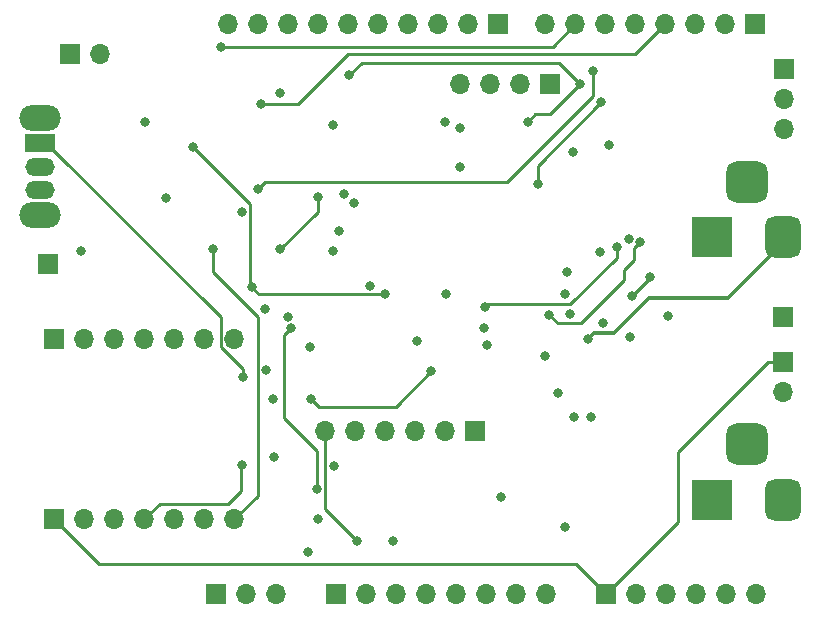
<source format=gbr>
%TF.GenerationSoftware,KiCad,Pcbnew,9.0.3*%
%TF.CreationDate,2025-08-02T21:51:47-05:00*%
%TF.ProjectId,DMM_KiCAD_V3_next KiCAD9,444d4d5f-4b69-4434-9144-5f56335f6e65,rev?*%
%TF.SameCoordinates,Original*%
%TF.FileFunction,Copper,L3,Inr*%
%TF.FilePolarity,Positive*%
%FSLAX46Y46*%
G04 Gerber Fmt 4.6, Leading zero omitted, Abs format (unit mm)*
G04 Created by KiCad (PCBNEW 9.0.3) date 2025-08-02 21:51:47*
%MOMM*%
%LPD*%
G01*
G04 APERTURE LIST*
G04 Aperture macros list*
%AMRoundRect*
0 Rectangle with rounded corners*
0 $1 Rounding radius*
0 $2 $3 $4 $5 $6 $7 $8 $9 X,Y pos of 4 corners*
0 Add a 4 corners polygon primitive as box body*
4,1,4,$2,$3,$4,$5,$6,$7,$8,$9,$2,$3,0*
0 Add four circle primitives for the rounded corners*
1,1,$1+$1,$2,$3*
1,1,$1+$1,$4,$5*
1,1,$1+$1,$6,$7*
1,1,$1+$1,$8,$9*
0 Add four rect primitives between the rounded corners*
20,1,$1+$1,$2,$3,$4,$5,0*
20,1,$1+$1,$4,$5,$6,$7,0*
20,1,$1+$1,$6,$7,$8,$9,0*
20,1,$1+$1,$8,$9,$2,$3,0*%
G04 Aperture macros list end*
%TA.AperFunction,ComponentPad*%
%ADD10R,3.500000X3.500000*%
%TD*%
%TA.AperFunction,ComponentPad*%
%ADD11RoundRect,0.750000X0.750000X1.000000X-0.750000X1.000000X-0.750000X-1.000000X0.750000X-1.000000X0*%
%TD*%
%TA.AperFunction,ComponentPad*%
%ADD12RoundRect,0.875000X0.875000X0.875000X-0.875000X0.875000X-0.875000X-0.875000X0.875000X-0.875000X0*%
%TD*%
%TA.AperFunction,ComponentPad*%
%ADD13O,3.500000X2.200000*%
%TD*%
%TA.AperFunction,ComponentPad*%
%ADD14R,2.500000X1.500000*%
%TD*%
%TA.AperFunction,ComponentPad*%
%ADD15O,2.500000X1.500000*%
%TD*%
%TA.AperFunction,ComponentPad*%
%ADD16R,1.700000X1.700000*%
%TD*%
%TA.AperFunction,ComponentPad*%
%ADD17O,1.700000X1.700000*%
%TD*%
%TA.AperFunction,ViaPad*%
%ADD18C,0.800000*%
%TD*%
%TA.AperFunction,Conductor*%
%ADD19C,0.250000*%
%TD*%
%TA.AperFunction,Conductor*%
%ADD20C,0.350000*%
%TD*%
G04 APERTURE END LIST*
D10*
%TO.N,Resistor_Input*%
%TO.C,J14*%
X138145000Y-68835000D03*
D11*
%TO.N,Net-(F1-Pad1)*%
X144145000Y-68835000D03*
D12*
%TO.N,N/C*%
X141145000Y-64135000D03*
%TD*%
D10*
%TO.N,V_Input_Float*%
%TO.C,J15*%
X138145000Y-91060000D03*
D11*
%TO.N,V_Input_REF*%
X144145000Y-91060000D03*
D12*
%TO.N,N/C*%
X141145000Y-86360000D03*
%TD*%
D13*
%TO.N,*%
%TO.C,SW3*%
X81280000Y-58765000D03*
X81280000Y-66965000D03*
D14*
%TO.N,+BATT*%
X81280000Y-60865000D03*
D15*
%TO.N,XIAO Batt Pin*%
X81280000Y-62865000D03*
%TO.N,XIAO 5V*%
X81280000Y-64865000D03*
%TD*%
D16*
%TO.N,/R into ADS*%
%TO.C,J16*%
X144145000Y-75565000D03*
%TD*%
%TO.N,unconnected-(J8-Pin_1-Pad1)*%
%TO.C,J8*%
X120015000Y-50800000D03*
D17*
%TO.N,unconnected-(J8-Pin_2-Pad2)*%
X117475000Y-50800000D03*
%TO.N,CS*%
X114935000Y-50800000D03*
%TO.N,MOSI*%
X112395000Y-50800000D03*
%TO.N,MISO*%
X109855000Y-50800000D03*
%TO.N,CLK*%
X107315000Y-50800000D03*
%TO.N,GND*%
X104775000Y-50800000D03*
%TO.N,unconnected-(J8-Pin_8-Pad8)*%
X102235000Y-50800000D03*
%TO.N,SDA*%
X99695000Y-50800000D03*
%TO.N,SCL*%
X97155000Y-50800000D03*
%TD*%
D16*
%TO.N,A0{slash}D14*%
%TO.C,J10*%
X129151624Y-99067665D03*
D17*
%TO.N,A1{slash}D15*%
X131691624Y-99067665D03*
%TO.N,A2{slash}D16*%
X134231624Y-99067665D03*
%TO.N,A3{slash}D17*%
X136771624Y-99067665D03*
%TO.N,unconnected-(J10-Pin_5-Pad5)*%
X139311624Y-99067665D03*
%TO.N,unconnected-(J10-Pin_6-Pad6)*%
X141851624Y-99067665D03*
%TD*%
D16*
%TO.N,VDD*%
%TO.C,J11*%
X144215000Y-54625000D03*
D17*
%TO.N,Net-(J11-Pin_2)*%
X144215000Y-57165000D03*
%TO.N,GND*%
X144215000Y-59705000D03*
%TD*%
D16*
%TO.N,A0{slash}D14*%
%TO.C,J12*%
X144145000Y-79375000D03*
D17*
%TO.N,GND*%
X144145000Y-81915000D03*
%TD*%
D16*
%TO.N,XIAO Batt Pin*%
%TO.C,J17*%
X81915000Y-71120000D03*
%TD*%
%TO.N,unconnected-(J6-Pin_1-Pad1)*%
%TO.C,J6*%
X106287792Y-99065110D03*
D17*
%TO.N,unconnected-(J6-Pin_2-Pad2)*%
X108827792Y-99065110D03*
%TO.N,unconnected-(J6-Pin_3-Pad3)*%
X111367792Y-99065110D03*
%TO.N,+3V3*%
X113907792Y-99065110D03*
%TO.N,/Uno5vPin*%
X116447792Y-99065110D03*
%TO.N,GND*%
X118987792Y-99065110D03*
X121527792Y-99065110D03*
%TO.N,+VSW*%
X124067792Y-99065110D03*
%TD*%
D16*
%TO.N,A0{slash}D14*%
%TO.C,J3*%
X82487996Y-92719534D03*
D17*
%TO.N,A1{slash}D15*%
X85027996Y-92719534D03*
%TO.N,A2{slash}D16*%
X87567996Y-92719534D03*
%TO.N,D3~*%
X90107996Y-92719534D03*
%TO.N,SDA*%
X92647996Y-92719534D03*
%TO.N,SCL*%
X95187996Y-92719534D03*
%TO.N,D6~*%
X97727996Y-92719534D03*
%TD*%
D16*
%TO.N,unconnected-(J13-Pin_1-Pad1)*%
%TO.C,J13*%
X141809463Y-50808987D03*
D17*
%TO.N,unconnected-(J13-Pin_2-Pad2)*%
X139269463Y-50808987D03*
%TO.N,D9~*%
X136729463Y-50808987D03*
%TO.N,D3~*%
X134189463Y-50808987D03*
%TO.N,D10~*%
X131649463Y-50808987D03*
%TO.N,D5~ (IR)*%
X129109463Y-50808987D03*
%TO.N,D6~*%
X126569463Y-50808987D03*
%TO.N,D7*%
X124029463Y-50808987D03*
%TD*%
D16*
%TO.N,+BATT*%
%TO.C,J7*%
X83820000Y-53315000D03*
D17*
%TO.N,GND*%
X86360000Y-53315000D03*
%TD*%
D16*
%TO.N,XIAO 5V*%
%TO.C,J1*%
X82487996Y-77479534D03*
D17*
%TO.N,GND*%
X85027996Y-77479534D03*
%TO.N,+3V3*%
X87567996Y-77479534D03*
%TO.N,D10~*%
X90107996Y-77479534D03*
%TO.N,D9~*%
X92647996Y-77479534D03*
%TO.N,D5~ (IR)*%
X95187996Y-77479534D03*
%TO.N,D7*%
X97727996Y-77479534D03*
%TD*%
D16*
%TO.N,SDA-5V*%
%TO.C,J9*%
X124460000Y-55880000D03*
D17*
%TO.N,SCL-5V*%
X121920000Y-55880000D03*
%TO.N,VDD*%
X119380000Y-55880000D03*
%TO.N,GND*%
X116840000Y-55880000D03*
%TD*%
D16*
%TO.N,GND*%
%TO.C,J2*%
X118110000Y-85217000D03*
D17*
%TO.N,MISO*%
X115570000Y-85217000D03*
%TO.N,CLK*%
X113030000Y-85217000D03*
%TO.N,MOSI*%
X110490000Y-85217000D03*
%TO.N,CS*%
X107950000Y-85217000D03*
%TO.N,+3V3*%
X105410000Y-85217000D03*
%TD*%
D16*
%TO.N,unconnected-(J5-Pin_1-Pad1)*%
%TO.C,J5*%
X96143981Y-99063151D03*
D17*
%TO.N,GND*%
X98683981Y-99063151D03*
%TO.N,unconnected-(J5-Pin_3-Pad3)*%
X101223981Y-99063151D03*
%TD*%
D18*
%TO.N,D6~*%
X96610000Y-52705000D03*
%TO.N,D5~ (IR)*%
X123400000Y-64300000D03*
X128800000Y-57400000D03*
%TO.N,VDD*%
X125118500Y-82018500D03*
%TO.N,/Driver_U4_Out_A*%
X127900000Y-84100000D03*
X120300000Y-90800000D03*
%TO.N,SCL*%
X114400000Y-80200000D03*
%TO.N,+3V3*%
X119100000Y-78000000D03*
%TO.N,VDD*%
X115600000Y-73660000D03*
%TO.N,SDA-5V*%
X124400000Y-75400000D03*
%TO.N,SDA*%
X123982000Y-78870000D03*
%TO.N,SCL-5V*%
X113182000Y-77670000D03*
X118982000Y-74770000D03*
%TO.N,SDA*%
X118882000Y-76570000D03*
%TO.N,GND*%
X131200000Y-77300000D03*
%TO.N,ADS_ALERT*%
X132900000Y-72250000D03*
X131100000Y-69000000D03*
%TO.N,GND*%
X100330000Y-74930000D03*
X102260346Y-75561126D03*
%TO.N,+9V*%
X100965000Y-82550000D03*
X106178914Y-88200000D03*
%TO.N,D5~ (IR)*%
X102552500Y-76517500D03*
X104685000Y-90170000D03*
%TO.N,GND*%
X104775000Y-92710000D03*
%TO.N,+3V3*%
X108123001Y-94525001D03*
%TO.N,/Driver_U2_Out_B*%
X116840000Y-59600000D03*
X116840000Y-62865000D03*
%TO.N,+9V*%
X101600000Y-69850000D03*
X104775000Y-65405000D03*
%TO.N,D7*%
X115570000Y-59055000D03*
%TO.N,GND*%
X126365000Y-61595000D03*
%TO.N,D9~*%
X122555000Y-59055000D03*
%TO.N,GND*%
X106045000Y-59370000D03*
X125730000Y-93345000D03*
X91948000Y-65532000D03*
X90170000Y-59055000D03*
X125730000Y-73660000D03*
X126492000Y-84074000D03*
X98335000Y-66675000D03*
X109225000Y-72935000D03*
X128900000Y-76100000D03*
%TO.N,Resistor_Input*%
X125857000Y-71755000D03*
%TO.N,SDA*%
X104140000Y-78105000D03*
X101600000Y-56642000D03*
%TO.N,D6~*%
X95885000Y-69850000D03*
%TO.N,SCL*%
X101064554Y-87412054D03*
X104230000Y-82550000D03*
%TO.N,ADS_ALERT*%
X131400000Y-73800000D03*
%TO.N,D3~*%
X98335000Y-88138000D03*
X99937500Y-57542500D03*
%TO.N,VDD*%
X134463749Y-75547268D03*
X128660305Y-70100000D03*
X126174500Y-75374500D03*
X94210000Y-61190000D03*
X129425000Y-61075000D03*
X110490000Y-73660000D03*
X99183097Y-73056313D03*
%TO.N,D10~*%
X99695000Y-64770000D03*
X128059225Y-54780000D03*
%TO.N,D9~*%
X127000000Y-55880000D03*
X107430000Y-55130000D03*
%TO.N,A1{slash}D15*%
X103949500Y-95467000D03*
%TO.N,Net-(F1-Pad1)*%
X127635000Y-77470000D03*
%TO.N,+BATT*%
X111125000Y-94525000D03*
X98425000Y-80645000D03*
%TO.N,CS*%
X106092549Y-69985855D03*
%TO.N,MISO*%
X107827653Y-65917653D03*
%TO.N,+3V3*%
X100420000Y-80100000D03*
%TO.N,XIAO Batt Pin*%
X84725000Y-70000000D03*
%TO.N,MOSI*%
X106619176Y-68324023D03*
%TO.N,CLK*%
X107020653Y-65200653D03*
%TO.N,SDA-5V*%
X132080000Y-69215000D03*
%TO.N,SCL-5V*%
X130100000Y-69700000D03*
%TD*%
D19*
%TO.N,VDD*%
X99786784Y-73660000D02*
X110490000Y-73660000D01*
X99060000Y-66040000D02*
X99060000Y-72933216D01*
X99060000Y-72933216D02*
X99786784Y-73660000D01*
X94210000Y-61190000D02*
X99060000Y-66040000D01*
%TO.N,A0{slash}D14*%
X135255000Y-87045000D02*
X135255000Y-92964289D01*
X142925000Y-79375000D02*
X135255000Y-87045000D01*
X135255000Y-92964289D02*
X129151624Y-99067665D01*
X144145000Y-79375000D02*
X142925000Y-79375000D01*
%TO.N,D5~ (IR)*%
X123400000Y-62800000D02*
X128800000Y-57400000D01*
X123400000Y-64300000D02*
X123400000Y-62800000D01*
%TO.N,D9~*%
X108505000Y-54055000D02*
X125175000Y-54055000D01*
X125175000Y-54055000D02*
X127000000Y-55880000D01*
X107430000Y-55130000D02*
X108505000Y-54055000D01*
D20*
%TO.N,Net-(F1-Pad1)*%
X132836016Y-74000000D02*
X139507500Y-74000000D01*
X129861016Y-76975000D02*
X132836016Y-74000000D01*
X128130000Y-76975000D02*
X129861016Y-76975000D01*
X139507500Y-74000000D02*
X144605000Y-68902500D01*
X127635000Y-77470000D02*
X128130000Y-76975000D01*
D19*
%TO.N,SCL*%
X111415000Y-83185000D02*
X114400000Y-80200000D01*
X104865000Y-83185000D02*
X111415000Y-83185000D01*
X104230000Y-82550000D02*
X104865000Y-83185000D01*
%TO.N,SDA-5V*%
X125100500Y-76100500D02*
X124400000Y-75400000D01*
X127099500Y-76100500D02*
X125100500Y-76100500D01*
X130700000Y-72500000D02*
X127099500Y-76100500D01*
%TO.N,SCL-5V*%
X126169305Y-74500000D02*
X119252000Y-74500000D01*
X130100000Y-70569305D02*
X126169305Y-74500000D01*
X130100000Y-69700000D02*
X130100000Y-70569305D01*
X119252000Y-74500000D02*
X118982000Y-74770000D01*
%TO.N,ADS_ALERT*%
X132900000Y-72300000D02*
X131400000Y-73800000D01*
X132900000Y-72250000D02*
X132900000Y-72300000D01*
%TO.N,SDA-5V*%
X130700000Y-71600000D02*
X130700000Y-72500000D01*
X131539653Y-70760347D02*
X130700000Y-71600000D01*
X132080000Y-69215000D02*
X131539653Y-69755347D01*
X131539653Y-69755347D02*
X131539653Y-70760347D01*
%TO.N,D5~ (IR)*%
X104685000Y-86905000D02*
X104685000Y-90170000D01*
X101917500Y-84137500D02*
X104685000Y-86905000D01*
X101917500Y-77152500D02*
X101917500Y-84137500D01*
X102552500Y-76517500D02*
X101917500Y-77152500D01*
%TO.N,+3V3*%
X105410000Y-91812000D02*
X105410000Y-85598000D01*
X108123001Y-94525001D02*
X105410000Y-91812000D01*
%TO.N,+9V*%
X104775000Y-66675000D02*
X104775000Y-65405000D01*
X101600000Y-69850000D02*
X104775000Y-66675000D01*
%TO.N,D9~*%
X124460000Y-58420000D02*
X127000000Y-55880000D01*
X123190000Y-58420000D02*
X124460000Y-58420000D01*
X122555000Y-59055000D02*
X123190000Y-58420000D01*
%TO.N,D6~*%
X99695000Y-75565000D02*
X99695000Y-90752530D01*
X99695000Y-90752530D02*
X97727996Y-92719534D01*
X95885000Y-71755000D02*
X99695000Y-75565000D01*
X95885000Y-69850000D02*
X95885000Y-71755000D01*
%TO.N,A0{slash}D14*%
X82487996Y-92719534D02*
X86288462Y-96520000D01*
X86288462Y-96520000D02*
X126603959Y-96520000D01*
X126603959Y-96520000D02*
X129151624Y-99067665D01*
%TO.N,D3~*%
X99937500Y-57542500D02*
X103112500Y-57542500D01*
X103112500Y-57542500D02*
X107315000Y-53340000D01*
X98335000Y-88138000D02*
X98298000Y-88175000D01*
X131658450Y-53340000D02*
X134189463Y-50808987D01*
X91387530Y-91440000D02*
X90107996Y-92719534D01*
X97155000Y-91440000D02*
X91387530Y-91440000D01*
X98298000Y-90297000D02*
X97155000Y-91440000D01*
X107315000Y-53340000D02*
X131658450Y-53340000D01*
X98298000Y-88175000D02*
X98298000Y-90297000D01*
%TO.N,D10~*%
X100330000Y-64135000D02*
X120777000Y-64135000D01*
X120777000Y-64135000D02*
X128059225Y-56852775D01*
X128059225Y-56852775D02*
X128059225Y-54780000D01*
X99695000Y-64770000D02*
X100330000Y-64135000D01*
%TO.N,+BATT*%
X98425000Y-80645000D02*
X98425000Y-80010000D01*
X96552996Y-75637996D02*
X81780000Y-60865000D01*
X98425000Y-80010000D02*
X96552996Y-78137996D01*
X96552996Y-78137996D02*
X96552996Y-75637996D01*
%TO.N,D6~*%
X124673450Y-52705000D02*
X126569463Y-50808987D01*
X96610000Y-52705000D02*
X124673450Y-52705000D01*
%TD*%
M02*

</source>
